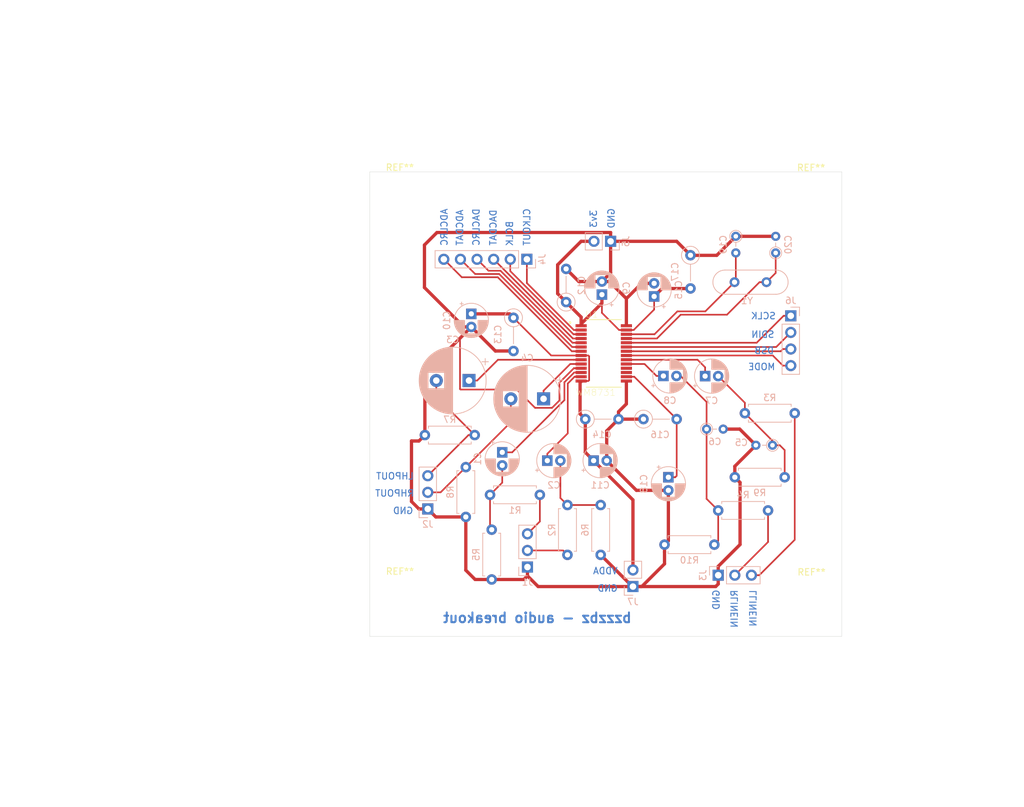
<source format=kicad_pcb>
(kicad_pcb (version 20171130) (host pcbnew 5.1.5-52549c5~84~ubuntu18.04.1)
  (layers (0 F.Cu signal) (31 B.Cu signal) (34 B.Paste user) (35 F.Paste user) (36 B.SilkS user) (37 F.SilkS user) (38 B.Mask user) (39 F.Mask user) (44 Edge.Cuts user))
  (net 0 "")
  (net 1 /LOUT)
  (net 2 "Net-(C1-Pad2)")
  (net 3 /ROUT)
  (net 4 "Net-(C2-Pad2)")
  (net 5 /LHPOUT)
  (net 6 "Net-(C3-Pad2)")
  (net 7 "Net-(C4-Pad2)")
  (net 8 /RHPOUT)
  (net 9 "Net-(C5-Pad1)")
  (net 10 GND)
  (net 11 "Net-(C6-Pad1)")
  (net 12 /LLINEIN)
  (net 13 /RLINEIN)
  (net 14 VDD)
  (net 15 "Net-(C16-Pad2)")
  (net 16 "Net-(C19-Pad2)")
  (net 17 "Net-(C20-Pad1)")
  (net 18 "Net-(J4-Pad1)")
  (net 19 "Net-(J4-Pad2)")
  (net 20 "Net-(J4-Pad3)")
  (net 21 "Net-(J4-Pad4)")
  (net 22 "Net-(J4-Pad5)")
  (net 23 "Net-(J4-Pad6)")
  (net 24 "Net-(J6-Pad1)")
  (net 25 "Net-(J6-Pad2)")
  (net 26 "Net-(J6-Pad3)")
  (net 27 "Net-(J6-Pad4)")
  (net 28 "Net-(U1-Pad17)")
  (net 29 "Net-(U1-Pad18)")
  (net 30 "Net-(J1-Pad3)")
  (net 31 "Net-(J1-Pad2)")
  (net 32 "Net-(J3-Pad2)")
  (net 33 "Net-(J3-Pad3)")
  (net 34 VDDA)
  (module MountingHole:MountingHole_4.3mm_M4 (layer F.Cu) (at 117.101 147.9515)
    (fp_text reference REF** (at 0 -5.3) (layer F.SilkS))
    (fp_text value MountingHole_4.3mm_M4)
    (pad 1 np_thru_hole circle (at 0 0) (size 4.3 4.3) (drill 4.3) (layers *.Cu *.Mask))
  )
  (module MountingHole:MountingHole_4.3mm_M4 (layer F.Cu) (at 180.031 148.0615)
    (fp_text reference REF** (at 0 -5.3) (layer F.SilkS))
    (fp_text value MountingHole_4.3mm_M4)
    (pad 1 np_thru_hole circle (at 0 0) (size 4.3 4.3) (drill 4.3) (layers *.Cu *.Mask))
  )
  (module MountingHole:MountingHole_4.3mm_M4 (layer F.Cu) (at 117.081 86.1615)
    (fp_text reference REF** (at 0 -5.3) (layer F.SilkS))
    (fp_text value MountingHole_4.3mm_M4)
    (pad 1 np_thru_hole circle (at 0 0) (size 4.3 4.3) (drill 4.3) (layers *.Cu *.Mask))
  )
  (module MountingHole:MountingHole_4.3mm_M4 (layer F.Cu) (at 179.961 86.1915)
    (fp_text reference REF** (at 0 -5.3) (layer F.SilkS))
    (fp_text value MountingHole_4.3mm_M4)
    (pad 1 np_thru_hole circle (at 0 0) (size 4.3 4.3) (drill 4.3) (layers *.Cu *.Mask))
  )
  (module Resistor_THT:R_Axial_DIN0207_L6.3mm_D2.5mm_P7.62mm_Horizontal (layer B.Cu) (at 157.5435 138.557)
    (fp_text reference R10 (at 3.81 2.37) (layer B.SilkS) (effects (justify mirror)))
    (fp_text value 5.6k)
    (pad 2 thru_hole oval (at 7.62 0) (size 1.6 1.6) (drill 0.8) (layers *.Cu *.Mask) (net 11 "Net-(C6-Pad1)"))
    (pad 1 thru_hole circle (at 0 0) (size 1.6 1.6) (drill 0.8) (layers *.Cu *.Mask) (net 10 GND))
  )
  (module Resistor_THT:R_Axial_DIN0207_L6.3mm_D2.5mm_P5.08mm_Vertical (layer B.Cu) (at 161.511 94.2815 270)
    (fp_text reference C17 (at 2.54 2.37 270) (layer B.SilkS) (effects (justify mirror)))
    (fp_text value 0.1uF)
    (pad 1 thru_hole circle (at 0 0 270) (size 1.6 1.6) (drill 0.8) (layers *.Cu *.Mask) (net 10 GND))
    (pad 2 thru_hole oval (at 5.08 0 270) (size 1.6 1.6) (drill 0.8) (layers *.Cu *.Mask) (net 14 VDD))
  )
  (module Capacitor_THT:CP_Radial_D5.0mm_P2.00mm (layer B.Cu) (at 155.956 100.584 90)
    (fp_text reference C15 (at 1 3.75 270) (layer B.SilkS) (effects (justify mirror)))
    (fp_text value 10uF)
    (pad 1 thru_hole rect (at 0 0 90) (size 1.6 1.6) (drill 0.8) (layers *.Cu *.Mask) (net 14 VDD))
    (pad 2 thru_hole circle (at 2 0 90) (size 1.6 1.6) (drill 0.8) (layers *.Cu *.Mask) (net 10 GND))
  )
  (module Connector_PinHeader_2.54mm:PinHeader_1x06_P2.54mm_Vertical (layer B.Cu) (at 136.5 94.9 90)
    (fp_text reference J4 (at 0 2.33 270) (layer B.SilkS) (effects (justify mirror)))
    (fp_text value Conn_01x06)
    (pad 1 thru_hole rect (at 0 0 90) (size 1.7 1.7) (drill 1) (layers *.Cu *.Mask) (net 18 "Net-(J4-Pad1)"))
    (pad 2 thru_hole oval (at 0 -2.54 90) (size 1.7 1.7) (drill 1) (layers *.Cu *.Mask) (net 19 "Net-(J4-Pad2)"))
    (pad 3 thru_hole oval (at 0 -5.08 90) (size 1.7 1.7) (drill 1) (layers *.Cu *.Mask) (net 20 "Net-(J4-Pad3)"))
    (pad 4 thru_hole oval (at 0 -7.62 90) (size 1.7 1.7) (drill 1) (layers *.Cu *.Mask) (net 21 "Net-(J4-Pad4)"))
    (pad 5 thru_hole oval (at 0 -10.16 90) (size 1.7 1.7) (drill 1) (layers *.Cu *.Mask) (net 22 "Net-(J4-Pad5)"))
    (pad 6 thru_hole oval (at 0 -12.7 90) (size 1.7 1.7) (drill 1) (layers *.Cu *.Mask) (net 23 "Net-(J4-Pad6)"))
  )
  (module SOP65P777X199-28N:SOP65P777X199-28N (layer F.Cu) (at 148.252781 109.294601)
    (fp_text reference U1 (at -1.85 -5.977) (layer F.SilkS) (effects (font (thickness 0.05))))
    (fp_text value WM8731 (at -1.215 5.977) (layer F.SilkS) (effects (font (thickness 0.05))))
    (pad 1 smd rect (at -3.46 -4.225) (size 1.7 0.48) (layers F.Cu F.Paste F.Mask) (net 14 VDD))
    (pad 2 smd rect (at -3.46 -3.575) (size 1.7 0.48) (layers F.Cu F.Paste F.Mask) (net 18 "Net-(J4-Pad1)"))
    (pad 3 smd rect (at -3.46 -2.925) (size 1.7 0.48) (layers F.Cu F.Paste F.Mask) (net 19 "Net-(J4-Pad2)"))
    (pad 4 smd rect (at -3.46 -2.275) (size 1.7 0.48) (layers F.Cu F.Paste F.Mask) (net 20 "Net-(J4-Pad3)"))
    (pad 5 smd rect (at -3.46 -1.625) (size 1.7 0.48) (layers F.Cu F.Paste F.Mask) (net 21 "Net-(J4-Pad4)"))
    (pad 6 smd rect (at -3.46 -0.975) (size 1.7 0.48) (layers F.Cu F.Paste F.Mask) (net 22 "Net-(J4-Pad5)"))
    (pad 7 smd rect (at -3.46 -0.325) (size 1.7 0.48) (layers F.Cu F.Paste F.Mask) (net 23 "Net-(J4-Pad6)"))
    (pad 8 smd rect (at -3.46 0.325) (size 1.7 0.48) (layers F.Cu F.Paste F.Mask) (net 34 VDDA))
    (pad 9 smd rect (at -3.46 0.975) (size 1.7 0.48) (layers F.Cu F.Paste F.Mask) (net 5 /LHPOUT))
    (pad 10 smd rect (at -3.46 1.625) (size 1.7 0.48) (layers F.Cu F.Paste F.Mask) (net 8 /RHPOUT))
    (pad 11 smd rect (at -3.46 2.275) (size 1.7 0.48) (layers F.Cu F.Paste F.Mask) (net 10 GND))
    (pad 12 smd rect (at -3.46 2.925) (size 1.7 0.48) (layers F.Cu F.Paste F.Mask) (net 1 /LOUT))
    (pad 13 smd rect (at -3.46 3.575) (size 1.7 0.48) (layers F.Cu F.Paste F.Mask) (net 3 /ROUT))
    (pad 14 smd rect (at -3.46 4.225) (size 1.7 0.48) (layers F.Cu F.Paste F.Mask) (net 34 VDDA))
    (pad 15 smd rect (at 3.46 4.225) (size 1.7 0.48) (layers F.Cu F.Paste F.Mask) (net 10 GND))
    (pad 16 smd rect (at 3.46 3.575) (size 1.7 0.48) (layers F.Cu F.Paste F.Mask) (net 15 "Net-(C16-Pad2)"))
    (pad 17 smd rect (at 3.46 2.925) (size 1.7 0.48) (layers F.Cu F.Paste F.Mask) (net 28 "Net-(U1-Pad17)"))
    (pad 18 smd rect (at 3.46 2.275) (size 1.7 0.48) (layers F.Cu F.Paste F.Mask) (net 29 "Net-(U1-Pad18)"))
    (pad 19 smd rect (at 3.46 1.625) (size 1.7 0.48) (layers F.Cu F.Paste F.Mask) (net 13 /RLINEIN))
    (pad 20 smd rect (at 3.46 0.975) (size 1.7 0.48) (layers F.Cu F.Paste F.Mask) (net 12 /LLINEIN))
    (pad 21 smd rect (at 3.46 0.325) (size 1.7 0.48) (layers F.Cu F.Paste F.Mask) (net 27 "Net-(J6-Pad4)"))
    (pad 22 smd rect (at 3.46 -0.325) (size 1.7 0.48) (layers F.Cu F.Paste F.Mask) (net 26 "Net-(J6-Pad3)"))
    (pad 23 smd rect (at 3.46 -0.975) (size 1.7 0.48) (layers F.Cu F.Paste F.Mask) (net 25 "Net-(J6-Pad2)"))
    (pad 24 smd rect (at 3.46 -1.625) (size 1.7 0.48) (layers F.Cu F.Paste F.Mask) (net 24 "Net-(J6-Pad1)"))
    (pad 25 smd rect (at 3.46 -2.275) (size 1.7 0.48) (layers F.Cu F.Paste F.Mask) (net 17 "Net-(C20-Pad1)"))
    (pad 26 smd rect (at 3.46 -2.925) (size 1.7 0.48) (layers F.Cu F.Paste F.Mask) (net 16 "Net-(C19-Pad2)"))
    (pad 27 smd rect (at 3.46 -3.575) (size 1.7 0.48) (layers F.Cu F.Paste F.Mask) (net 14 VDD))
    (pad 28 smd rect (at 3.46 -4.225) (size 1.7 0.48) (layers F.Cu F.Paste F.Mask) (net 10 GND))
  )
  (module Capacitor_THT:CP_Radial_D5.0mm_P2.00mm (layer B.Cu) (at 132.73278 124.4346 270)
    (fp_text reference C1 (at 1 3.75 270) (layer B.SilkS) (effects (justify mirror)))
    (fp_text value 1uF)
    (pad 1 thru_hole rect (at 0 0 270) (size 1.6 1.6) (drill 0.8) (layers *.Cu *.Mask) (net 1 /LOUT))
    (pad 2 thru_hole circle (at 2 0 270) (size 1.6 1.6) (drill 0.8) (layers *.Cu *.Mask) (net 2 "Net-(C1-Pad2)"))
  )
  (module Capacitor_THT:CP_Radial_D5.0mm_P2.00mm (layer B.Cu) (at 139.62278 125.7046)
    (fp_text reference C2 (at 1 3.75) (layer B.SilkS) (effects (justify mirror)))
    (fp_text value 1uF)
    (pad 2 thru_hole circle (at 2 0) (size 1.6 1.6) (drill 0.8) (layers *.Cu *.Mask) (net 4 "Net-(C2-Pad2)"))
    (pad 1 thru_hole rect (at 0 0) (size 1.6 1.6) (drill 0.8) (layers *.Cu *.Mask) (net 3 /ROUT))
  )
  (module Capacitor_THT:CP_Radial_D10.0mm_P5.00mm (layer B.Cu) (at 127.65 113.45 180)
    (fp_text reference C3 (at 2.5 6.25) (layer B.SilkS) (effects (justify mirror)))
    (fp_text value 220uF)
    (pad 2 thru_hole circle (at 5 0 180) (size 2 2) (drill 1) (layers *.Cu *.Mask) (net 6 "Net-(C3-Pad2)"))
    (pad 1 thru_hole rect (at 0 0 180) (size 2 2) (drill 1) (layers *.Cu *.Mask) (net 5 /LHPOUT))
  )
  (module Capacitor_THT:CP_Radial_D10.0mm_P5.00mm (layer B.Cu) (at 139.05 116.25 180)
    (fp_text reference C4 (at 2.5 6.25) (layer B.SilkS) (effects (justify mirror)))
    (fp_text value 220uF)
    (pad 1 thru_hole rect (at 0 0 180) (size 2 2) (drill 1) (layers *.Cu *.Mask) (net 8 /RHPOUT))
    (pad 2 thru_hole circle (at 5 0 180) (size 2 2) (drill 1) (layers *.Cu *.Mask) (net 7 "Net-(C4-Pad2)"))
  )
  (module Resistor_THT:R_Axial_DIN0204_L3.6mm_D1.6mm_P2.54mm_Vertical (layer B.Cu) (at 174.05 123.35 180)
    (fp_text reference C5 (at 4.759 0.4115) (layer B.SilkS) (effects (justify mirror)))
    (fp_text value 220pF)
    (pad 1 thru_hole circle (at 0 0 180) (size 1.4 1.4) (drill 0.7) (layers *.Cu *.Mask) (net 9 "Net-(C5-Pad1)"))
    (pad 2 thru_hole oval (at 2.54 0 180) (size 1.4 1.4) (drill 0.7) (layers *.Cu *.Mask) (net 10 GND))
  )
  (module Resistor_THT:R_Axial_DIN0204_L3.6mm_D1.6mm_P2.54mm_Vertical (layer B.Cu) (at 163.97478 120.8786)
    (fp_text reference C6 (at 1.27 1.92) (layer B.SilkS) (effects (justify mirror)))
    (fp_text value 220pF)
    (pad 2 thru_hole oval (at 2.54 0) (size 1.4 1.4) (drill 0.7) (layers *.Cu *.Mask) (net 10 GND))
    (pad 1 thru_hole circle (at 0 0) (size 1.4 1.4) (drill 0.7) (layers *.Cu *.Mask) (net 11 "Net-(C6-Pad1)"))
  )
  (module Capacitor_THT:CP_Radial_D5.0mm_P2.00mm (layer B.Cu) (at 163.75 112.776)
    (fp_text reference C7 (at 1 3.75) (layer B.SilkS) (effects (justify mirror)))
    (fp_text value 1uF)
    (pad 1 thru_hole rect (at 0 0) (size 1.6 1.6) (drill 0.8) (layers *.Cu *.Mask) (net 12 /LLINEIN))
    (pad 2 thru_hole circle (at 2 0) (size 1.6 1.6) (drill 0.8) (layers *.Cu *.Mask) (net 9 "Net-(C5-Pad1)"))
  )
  (module Capacitor_THT:CP_Radial_D5.0mm_P2.00mm (layer B.Cu) (at 157.37078 112.7506)
    (fp_text reference C8 (at 1 3.75) (layer B.SilkS) (effects (justify mirror)))
    (fp_text value 1uF)
    (pad 2 thru_hole circle (at 2 0) (size 1.6 1.6) (drill 0.8) (layers *.Cu *.Mask) (net 11 "Net-(C6-Pad1)"))
    (pad 1 thru_hole rect (at 0 0) (size 1.6 1.6) (drill 0.8) (layers *.Cu *.Mask) (net 13 /RLINEIN))
  )
  (module Capacitor_THT:CP_Radial_D5.0mm_P2.00mm (layer B.Cu) (at 147.97278 100.3046 90)
    (fp_text reference C9 (at 1 3.75 270) (layer B.SilkS) (effects (justify mirror)))
    (fp_text value 10uF)
    (pad 1 thru_hole rect (at 0 0 90) (size 1.6 1.6) (drill 0.8) (layers *.Cu *.Mask) (net 14 VDD))
    (pad 2 thru_hole circle (at 2 0 90) (size 1.6 1.6) (drill 0.8) (layers *.Cu *.Mask) (net 10 GND))
  )
  (module Capacitor_THT:CP_Radial_D5.0mm_P2.00mm (layer B.Cu) (at 128 103.25 270)
    (fp_text reference C10 (at 1 3.75 270) (layer B.SilkS) (effects (justify mirror)))
    (fp_text value 10uF)
    (pad 1 thru_hole rect (at 0 0 270) (size 1.6 1.6) (drill 0.8) (layers *.Cu *.Mask) (net 34 VDDA))
    (pad 2 thru_hole circle (at 2 0 270) (size 1.6 1.6) (drill 0.8) (layers *.Cu *.Mask) (net 10 GND))
  )
  (module Capacitor_THT:CP_Radial_D5.0mm_P2.00mm (layer B.Cu) (at 146.70278 125.7046)
    (fp_text reference C11 (at 1 3.75) (layer B.SilkS) (effects (justify mirror)))
    (fp_text value 10uF)
    (pad 2 thru_hole circle (at 2 0) (size 1.6 1.6) (drill 0.8) (layers *.Cu *.Mask) (net 10 GND))
    (pad 1 thru_hole rect (at 0 0) (size 1.6 1.6) (drill 0.8) (layers *.Cu *.Mask) (net 34 VDDA))
  )
  (module Resistor_THT:R_Axial_DIN0207_L6.3mm_D2.5mm_P5.08mm_Vertical (layer B.Cu) (at 142.5 101.45 90)
    (fp_text reference C12 (at 2.54 2.37 270) (layer B.SilkS) (effects (justify mirror)))
    (fp_text value 0.1uF)
    (pad 2 thru_hole oval (at 5.08 0 90) (size 1.6 1.6) (drill 0.8) (layers *.Cu *.Mask) (net 10 GND))
    (pad 1 thru_hole circle (at 0 0 90) (size 1.6 1.6) (drill 0.8) (layers *.Cu *.Mask) (net 14 VDD))
  )
  (module Resistor_THT:R_Axial_DIN0207_L6.3mm_D2.5mm_P5.08mm_Vertical (layer B.Cu) (at 134.45 103.85 270)
    (fp_text reference C13 (at 2.54 2.37 270) (layer B.SilkS) (effects (justify mirror)))
    (fp_text value 0.1uF)
    (pad 1 thru_hole circle (at 0 0 270) (size 1.6 1.6) (drill 0.8) (layers *.Cu *.Mask) (net 34 VDDA))
    (pad 2 thru_hole oval (at 5.08 0 270) (size 1.6 1.6) (drill 0.8) (layers *.Cu *.Mask) (net 10 GND))
  )
  (module Resistor_THT:R_Axial_DIN0207_L6.3mm_D2.5mm_P5.08mm_Vertical (layer B.Cu) (at 145.43278 119.3546)
    (fp_text reference C14 (at 2.54 2.37) (layer B.SilkS) (effects (justify mirror)))
    (fp_text value 0.1uF)
    (pad 1 thru_hole circle (at 0 0) (size 1.6 1.6) (drill 0.8) (layers *.Cu *.Mask) (net 34 VDDA))
    (pad 2 thru_hole oval (at 5.08 0) (size 1.6 1.6) (drill 0.8) (layers *.Cu *.Mask) (net 10 GND))
  )
  (module Resistor_THT:R_Axial_DIN0207_L6.3mm_D2.5mm_P5.08mm_Vertical (layer B.Cu) (at 154.32278 119.3546)
    (fp_text reference C16 (at 2.54 2.37) (layer B.SilkS) (effects (justify mirror)))
    (fp_text value 0.1uF)
    (pad 2 thru_hole oval (at 5.08 0) (size 1.6 1.6) (drill 0.8) (layers *.Cu *.Mask) (net 15 "Net-(C16-Pad2)"))
    (pad 1 thru_hole circle (at 0 0) (size 1.6 1.6) (drill 0.8) (layers *.Cu *.Mask) (net 10 GND))
  )
  (module Capacitor_THT:CP_Radial_D5.0mm_P2.00mm (layer B.Cu) (at 158.13278 128.2446 270)
    (fp_text reference C18 (at 1 3.75 270) (layer B.SilkS) (effects (justify mirror)))
    (fp_text value 10uF)
    (pad 2 thru_hole circle (at 2 0 270) (size 1.6 1.6) (drill 0.8) (layers *.Cu *.Mask) (net 10 GND))
    (pad 1 thru_hole rect (at 0 0 270) (size 1.6 1.6) (drill 0.8) (layers *.Cu *.Mask) (net 15 "Net-(C16-Pad2)"))
  )
  (module Resistor_THT:R_Axial_DIN0204_L3.6mm_D1.6mm_P2.54mm_Vertical (layer B.Cu) (at 168.44278 91.3866 270)
    (fp_text reference C19 (at 1.27 1.92 270) (layer B.SilkS) (effects (justify mirror)))
    (fp_text value 22pF)
    (pad 2 thru_hole oval (at 2.54 0 270) (size 1.4 1.4) (drill 0.7) (layers *.Cu *.Mask) (net 16 "Net-(C19-Pad2)"))
    (pad 1 thru_hole circle (at 0 0 270) (size 1.4 1.4) (drill 0.7) (layers *.Cu *.Mask) (net 10 GND))
  )
  (module Resistor_THT:R_Axial_DIN0204_L3.6mm_D1.6mm_P2.54mm_Vertical (layer B.Cu) (at 174.53878 93.9266 90)
    (fp_text reference C20 (at 1.27 1.92 270) (layer B.SilkS) (effects (justify mirror)))
    (fp_text value 22pF)
    (pad 1 thru_hole circle (at 0 0 90) (size 1.4 1.4) (drill 0.7) (layers *.Cu *.Mask) (net 17 "Net-(C20-Pad1)"))
    (pad 2 thru_hole oval (at 2.54 0 90) (size 1.4 1.4) (drill 0.7) (layers *.Cu *.Mask) (net 10 GND))
  )
  (module Connector_PinHeader_2.54mm:PinHeader_1x03_P2.54mm_Vertical (layer B.Cu) (at 136.5885 141.986)
    (fp_text reference J1 (at 0 2.33) (layer B.SilkS) (effects (justify mirror)))
    (fp_text value LineOUT)
    (pad 3 thru_hole oval (at 0 -5.08) (size 1.7 1.7) (drill 1) (layers *.Cu *.Mask) (net 30 "Net-(J1-Pad3)"))
    (pad 2 thru_hole oval (at 0 -2.54) (size 1.7 1.7) (drill 1) (layers *.Cu *.Mask) (net 31 "Net-(J1-Pad2)"))
    (pad 1 thru_hole rect (at 0 0) (size 1.7 1.7) (drill 1) (layers *.Cu *.Mask) (net 10 GND))
  )
  (module Connector_PinHeader_2.54mm:PinHeader_1x03_P2.54mm_Vertical (layer B.Cu) (at 121.3485 133.096)
    (fp_text reference J2 (at 0 2.33) (layer B.SilkS) (effects (justify mirror)))
    (fp_text value Headphones)
    (pad 1 thru_hole rect (at 0 0) (size 1.7 1.7) (drill 1) (layers *.Cu *.Mask) (net 10 GND))
    (pad 2 thru_hole oval (at 0 -2.54) (size 1.7 1.7) (drill 1) (layers *.Cu *.Mask) (net 7 "Net-(C4-Pad2)"))
    (pad 3 thru_hole oval (at 0 -5.08) (size 1.7 1.7) (drill 1) (layers *.Cu *.Mask) (net 6 "Net-(C3-Pad2)"))
  )
  (module Connector_PinHeader_2.54mm:PinHeader_1x03_P2.54mm_Vertical (layer B.Cu) (at 165.75278 143.2306 270)
    (fp_text reference J3 (at 0 2.33 270) (layer B.SilkS) (effects (justify mirror)))
    (fp_text value LineIN)
    (pad 1 thru_hole rect (at 0 0 270) (size 1.7 1.7) (drill 1) (layers *.Cu *.Mask) (net 10 GND))
    (pad 2 thru_hole oval (at 0 -2.54 270) (size 1.7 1.7) (drill 1) (layers *.Cu *.Mask) (net 32 "Net-(J3-Pad2)"))
    (pad 3 thru_hole oval (at 0 -5.08 270) (size 1.7 1.7) (drill 1) (layers *.Cu *.Mask) (net 33 "Net-(J3-Pad3)"))
  )
  (module Connector_PinHeader_2.54mm:PinHeader_1x02_P2.54mm_Vertical (layer B.Cu) (at 149.3 92.15 90)
    (fp_text reference J5 (at 0 2.33 270) (layer B.SilkS) (effects (justify mirror)))
    (fp_text value "Conn_01x02_3v3 (2)")
    (pad 1 thru_hole rect (at 0 0 90) (size 1.7 1.7) (drill 1) (layers *.Cu *.Mask) (net 10 GND))
    (pad 2 thru_hole oval (at 0 -2.54 90) (size 1.7 1.7) (drill 1) (layers *.Cu *.Mask) (net 14 VDD))
  )
  (module Connector_PinHeader_2.54mm:PinHeader_1x04_P2.54mm_Vertical (layer B.Cu) (at 176.85 103.55 180)
    (fp_text reference J6 (at 0 2.33) (layer B.SilkS) (effects (justify mirror)))
    (fp_text value Conn_01x04)
    (pad 1 thru_hole rect (at 0 0 180) (size 1.7 1.7) (drill 1) (layers *.Cu *.Mask) (net 24 "Net-(J6-Pad1)"))
    (pad 2 thru_hole oval (at 0 -2.54 180) (size 1.7 1.7) (drill 1) (layers *.Cu *.Mask) (net 25 "Net-(J6-Pad2)"))
    (pad 3 thru_hole oval (at 0 -5.08 180) (size 1.7 1.7) (drill 1) (layers *.Cu *.Mask) (net 26 "Net-(J6-Pad3)"))
    (pad 4 thru_hole oval (at 0 -7.62 180) (size 1.7 1.7) (drill 1) (layers *.Cu *.Mask) (net 27 "Net-(J6-Pad4)"))
  )
  (module Resistor_THT:R_Axial_DIN0207_L6.3mm_D2.5mm_P7.62mm_Horizontal (layer B.Cu) (at 130.86528 130.9346)
    (fp_text reference R1 (at 3.81 2.37) (layer B.SilkS) (effects (justify mirror)))
    (fp_text value 100)
    (pad 2 thru_hole oval (at 7.62 0) (size 1.6 1.6) (drill 0.8) (layers *.Cu *.Mask) (net 30 "Net-(J1-Pad3)"))
    (pad 1 thru_hole circle (at 0 0) (size 1.6 1.6) (drill 0.8) (layers *.Cu *.Mask) (net 2 "Net-(C1-Pad2)"))
  )
  (module Resistor_THT:R_Axial_DIN0207_L6.3mm_D2.5mm_P7.62mm_Horizontal (layer B.Cu) (at 142.70228 132.4991 270)
    (fp_text reference R2 (at 3.81 2.37 270) (layer B.SilkS) (effects (justify mirror)))
    (fp_text value 100)
    (pad 2 thru_hole oval (at 7.62 0 270) (size 1.6 1.6) (drill 0.8) (layers *.Cu *.Mask) (net 31 "Net-(J1-Pad2)"))
    (pad 1 thru_hole circle (at 0 0 270) (size 1.6 1.6) (drill 0.8) (layers *.Cu *.Mask) (net 4 "Net-(C2-Pad2)"))
  )
  (module Resistor_THT:R_Axial_DIN0207_L6.3mm_D2.5mm_P7.62mm_Horizontal (layer B.Cu) (at 177.45 118.45 180)
    (fp_text reference R3 (at 3.81 2.37) (layer B.SilkS) (effects (justify mirror)))
    (fp_text value 5.6k)
    (pad 1 thru_hole circle (at 0 0 180) (size 1.6 1.6) (drill 0.8) (layers *.Cu *.Mask) (net 33 "Net-(J3-Pad3)"))
    (pad 2 thru_hole oval (at 7.62 0 180) (size 1.6 1.6) (drill 0.8) (layers *.Cu *.Mask) (net 9 "Net-(C5-Pad1)"))
  )
  (module Resistor_THT:R_Axial_DIN0207_L6.3mm_D2.5mm_P7.62mm_Horizontal (layer B.Cu) (at 173.37278 133.3246 180)
    (fp_text reference R4 (at 3.81 2.37) (layer B.SilkS) (effects (justify mirror)))
    (fp_text value 5.6k)
    (pad 1 thru_hole circle (at 0 0 180) (size 1.6 1.6) (drill 0.8) (layers *.Cu *.Mask) (net 32 "Net-(J3-Pad2)"))
    (pad 2 thru_hole oval (at 7.62 0 180) (size 1.6 1.6) (drill 0.8) (layers *.Cu *.Mask) (net 11 "Net-(C6-Pad1)"))
  )
  (module Resistor_THT:R_Axial_DIN0207_L6.3mm_D2.5mm_P7.62mm_Horizontal (layer B.Cu) (at 131.11928 136.2686 270)
    (fp_text reference R5 (at 3.81 2.37 270) (layer B.SilkS) (effects (justify mirror)))
    (fp_text value 47k)
    (pad 1 thru_hole circle (at 0 0 270) (size 1.6 1.6) (drill 0.8) (layers *.Cu *.Mask) (net 2 "Net-(C1-Pad2)"))
    (pad 2 thru_hole oval (at 7.62 0 270) (size 1.6 1.6) (drill 0.8) (layers *.Cu *.Mask) (net 10 GND))
  )
  (module Resistor_THT:R_Axial_DIN0207_L6.3mm_D2.5mm_P7.62mm_Horizontal (layer B.Cu) (at 147.78228 132.4991 270)
    (fp_text reference R6 (at 3.81 2.37 270) (layer B.SilkS) (effects (justify mirror)))
    (fp_text value 47k)
    (pad 1 thru_hole circle (at 0 0 270) (size 1.6 1.6) (drill 0.8) (layers *.Cu *.Mask) (net 4 "Net-(C2-Pad2)"))
    (pad 2 thru_hole oval (at 7.62 0 270) (size 1.6 1.6) (drill 0.8) (layers *.Cu *.Mask) (net 10 GND))
  )
  (module Resistor_THT:R_Axial_DIN0207_L6.3mm_D2.5mm_P7.62mm_Horizontal (layer B.Cu) (at 128.524 121.793 180)
    (fp_text reference R7 (at 3.81 2.37) (layer B.SilkS) (effects (justify mirror)))
    (fp_text value 47k)
    (pad 2 thru_hole oval (at 7.62 0 180) (size 1.6 1.6) (drill 0.8) (layers *.Cu *.Mask) (net 10 GND))
    (pad 1 thru_hole circle (at 0 0 180) (size 1.6 1.6) (drill 0.8) (layers *.Cu *.Mask) (net 6 "Net-(C3-Pad2)"))
  )
  (module Resistor_THT:R_Axial_DIN0207_L6.3mm_D2.5mm_P7.62mm_Horizontal (layer B.Cu) (at 127.1625 126.7 270)
    (fp_text reference R8 (at 3.81 2.37 270) (layer B.SilkS) (effects (justify mirror)))
    (fp_text value 47k)
    (pad 1 thru_hole circle (at 0 0 270) (size 1.6 1.6) (drill 0.8) (layers *.Cu *.Mask) (net 7 "Net-(C4-Pad2)"))
    (pad 2 thru_hole oval (at 7.62 0 270) (size 1.6 1.6) (drill 0.8) (layers *.Cu *.Mask) (net 10 GND))
  )
  (module Resistor_THT:R_Axial_DIN0207_L6.3mm_D2.5mm_P7.62mm_Horizontal (layer B.Cu) (at 168.29278 128.2446)
    (fp_text reference R9 (at 3.81 2.37) (layer B.SilkS) (effects (justify mirror)))
    (fp_text value 5.6k)
    (pad 2 thru_hole oval (at 7.62 0) (size 1.6 1.6) (drill 0.8) (layers *.Cu *.Mask) (net 9 "Net-(C5-Pad1)"))
    (pad 1 thru_hole circle (at 0 0) (size 1.6 1.6) (drill 0.8) (layers *.Cu *.Mask) (net 10 GND))
  )
  (module "custom:Crystal_2pins_L11.5_P4.88_(9B-12.000MAAJ-B)" (layer B.Cu) (at 168.25 98.4)
    (fp_text reference Y1 (at 1.9 2.85) (layer B.SilkS) (effects (justify mirror)))
    (fp_text value "Crystal - 12 MHz")
    (pad 1 thru_hole circle (at 0 0) (size 1.5 1.5) (drill 0.8) (layers *.Cu *.Mask) (net 16 "Net-(C19-Pad2)"))
    (pad 2 thru_hole circle (at 4.88 0) (size 1.5 1.5) (drill 0.8) (layers *.Cu *.Mask) (net 17 "Net-(C20-Pad1)"))
  )
  (module Connector_PinHeader_2.54mm:PinHeader_1x02_P2.54mm_Vertical (layer B.Cu) (at 152.7175 144.9705)
    (fp_text reference J7 (at 0 2.33) (layer B.SilkS) (effects (justify mirror)))
    (fp_text value "Conn_01x02_3v3 (1)")
    (pad 1 thru_hole rect (at 0 0) (size 1.7 1.7) (drill 1) (layers *.Cu *.Mask) (net 10 GND))
    (pad 2 thru_hole oval (at 0 -2.54) (size 1.7 1.7) (drill 1) (layers *.Cu *.Mask) (net 34 VDDA))
  )
  (gr_text "bzzzbz - audio breakout" (at 138.101 149.7515) (layer B.Cu) (effects (font (size 1.5 1.5) (thickness 0.3)) (justify mirror)))
  (gr_text MODE (at 172.391 111.3415) (layer B.Cu) (effects (font (size 1 1)) (justify mirror)))
  (gr_text DSB (at 172.781 108.8515) (layer B.Cu) (effects (font (size 1 1)) (justify mirror)))
  (gr_text SDIN (at 172.571 106.4015) (layer B.Cu) (effects (font (size 1 1)) (justify mirror)))
  (gr_text SCLK (at 172.651 103.5615) (layer B.Cu) (effects (font (size 1 1)) (justify mirror)))
  (gr_text LLINEIN (at 171.091 148.2815 90) (layer B.Cu) (effects (font (size 1 1)) (justify mirror)))
  (gr_text RLINEIN (at 168.231 148.3715 90) (layer B.Cu) (effects (font (size 1 1)) (justify mirror)))
  (gr_text GND (at 165.451 146.9915 90) (layer B.Cu) (effects (font (size 1 1)) (justify mirror)))
  (gr_text VDDA (at 148.491 142.5715) (layer B.Cu) (effects (font (size 1 1)) (justify mirror)))
  (gr_text GND (at 148.841 145.2315) (layer B.Cu) (effects (font (size 1 1)) (justify mirror)))
  (gr_text LHPOUT (at 116.321 128.0715) (layer B.Cu) (effects (font (size 1 1)) (justify mirror)))
  (gr_text RHPOUT (at 116.271 130.6915) (layer B.Cu) (effects (font (size 1 1)) (justify mirror)))
  (gr_text GND (at 117.571 133.3615) (layer B.Cu) (effects (font (size 1 1)) (justify mirror)))
  (gr_text ADCLRC (at 123.861 89.9915 90) (layer B.Cu) (effects (font (size 1 1)) (justify mirror)))
  (gr_text ADCDAT (at 126.241 90.0515 90) (layer B.Cu) (effects (font (size 1 1)) (justify mirror)))
  (gr_text DACLRC (at 128.751 89.9815 90) (layer B.Cu) (effects (font (size 1 1)) (justify mirror)))
  (gr_text DACDAT (at 131.351 90.0515 90) (layer B.Cu) (effects (font (size 1 1)) (justify mirror)))
  (gr_text BCLK (at 133.861 90.9615 90) (layer B.Cu) (effects (font (size 1 1)) (justify mirror)))
  (gr_text CLKOUT (at 136.501 89.9715 90) (layer B.Cu) (effects (font (size 1 1)) (justify mirror)))
  (gr_text GND (at 149.401 88.6315 90) (layer B.Cu) (effects (font (size 1 1)) (justify mirror)))
  (gr_text 3v3 (at 146.691 88.7115 90) (layer B.Cu) (effects (font (size 1 1)) (justify mirror)))
  (gr_line (start 112.471 152.6015) (end 112.471 81.5315) (layer Edge.Cuts) (width 0.05))
  (gr_line (start 184.661 152.6015) (end 112.471 152.6015) (layer Edge.Cuts) (width 0.05))
  (gr_line (start 184.661 81.5315) (end 184.661 152.6015) (layer Edge.Cuts) (width 0.05))
  (gr_line (start 112.471 81.5315) (end 184.661 81.5315) (layer Edge.Cuts) (width 0.05))
  (segment (start 134.247522 124.4346) (end 142.24 116.442122) (width 0.25) (layer F.Cu) (net 1))
  (segment (start 132.73278 124.4346) (end 134.247522 124.4346) (width 0.25) (layer F.Cu) (net 1))
  (segment (start 142.24 116.442122) (end 142.24 113.7145) (width 0.25) (layer F.Cu) (net 1))
  (segment (start 143.734899 112.219601) (end 144.792781 112.219601) (width 0.25) (layer F.Cu) (net 1))
  (segment (start 142.24 113.7145) (end 143.734899 112.219601) (width 0.25) (layer F.Cu) (net 1))
  (segment (start 132.73278 129.0671) (end 130.86528 130.9346) (width 0.25) (layer F.Cu) (net 2))
  (segment (start 132.73278 126.4346) (end 132.73278 129.0671) (width 0.25) (layer F.Cu) (net 2))
  (segment (start 130.86528 136.0146) (end 131.11928 136.2686) (width 0.25) (layer F.Cu) (net 2))
  (segment (start 130.86528 130.9346) (end 130.86528 136.0146) (width 0.25) (layer F.Cu) (net 2))
  (segment (start 139.62278 124.6546) (end 142.748 121.52938) (width 0.25) (layer F.Cu) (net 3))
  (segment (start 139.62278 125.7046) (end 139.62278 124.6546) (width 0.25) (layer F.Cu) (net 3))
  (segment (start 142.748 121.52938) (end 142.748 113.91362) (width 0.25) (layer F.Cu) (net 3))
  (segment (start 143.792019 112.869601) (end 144.792781 112.869601) (width 0.25) (layer F.Cu) (net 3))
  (segment (start 142.748 113.91362) (end 143.792019 112.869601) (width 0.25) (layer F.Cu) (net 3))
  (segment (start 142.70228 132.4991) (end 147.78228 132.4991) (width 0.25) (layer F.Cu) (net 4))
  (segment (start 141.62278 131.4196) (end 142.70228 132.4991) (width 0.25) (layer F.Cu) (net 4))
  (segment (start 141.62278 125.7046) (end 141.62278 131.4196) (width 0.25) (layer F.Cu) (net 4))
  (segment (start 132.080399 110.269601) (end 143.692781 110.269601) (width 0.25) (layer F.Cu) (net 5))
  (segment (start 143.692781 110.269601) (end 144.792781 110.269601) (width 0.25) (layer F.Cu) (net 5))
  (segment (start 128.9 113.45) (end 132.080399 110.269601) (width 0.25) (layer F.Cu) (net 5))
  (segment (start 127.65 113.45) (end 128.9 113.45) (width 0.25) (layer F.Cu) (net 5))
  (segment (start 123.3 114.1) (end 122.65 113.45) (width 0.25) (layer F.Cu) (net 6))
  (segment (start 127.5715 121.793) (end 128.524 121.793) (width 0.25) (layer F.Cu) (net 6))
  (segment (start 121.3485 128.016) (end 127.5715 121.793) (width 0.25) (layer F.Cu) (net 6))
  (segment (start 122.65 115.919) (end 128.524 121.793) (width 0.25) (layer F.Cu) (net 6))
  (segment (start 122.65 113.45) (end 122.65 115.919) (width 0.25) (layer F.Cu) (net 6))
  (segment (start 123.3065 130.556) (end 127.1625 126.7) (width 0.25) (layer F.Cu) (net 7))
  (segment (start 121.3485 130.556) (end 123.3065 130.556) (width 0.25) (layer F.Cu) (net 7))
  (segment (start 134.05 119.8125) (end 134.05 116.25) (width 0.25) (layer F.Cu) (net 7))
  (segment (start 127.1625 126.7) (end 134.05 119.8125) (width 0.25) (layer F.Cu) (net 7))
  (segment (start 143.692781 110.919601) (end 144.792781 110.919601) (width 0.25) (layer F.Cu) (net 8))
  (segment (start 143.130399 110.919601) (end 143.692781 110.919601) (width 0.25) (layer F.Cu) (net 8))
  (segment (start 139.05 115) (end 143.130399 110.919601) (width 0.25) (layer F.Cu) (net 8))
  (segment (start 139.05 116.25) (end 139.05 115) (width 0.25) (layer F.Cu) (net 8))
  (segment (start 169.83 116.856) (end 169.83 118.45) (width 0.25) (layer F.Cu) (net 9))
  (segment (start 165.75 112.776) (end 169.83 116.856) (width 0.25) (layer F.Cu) (net 9))
  (segment (start 174.05 122.67) (end 174.05 123.35) (width 0.25) (layer F.Cu) (net 9))
  (segment (start 169.83 118.45) (end 174.05 122.67) (width 0.25) (layer F.Cu) (net 9))
  (segment (start 174.05 123.35) (end 175.166 123.35) (width 0.25) (layer F.Cu) (net 9))
  (segment (start 175.91278 124.09678) (end 175.91278 128.2446) (width 0.25) (layer F.Cu) (net 9))
  (segment (start 175.166 123.35) (end 175.91278 124.09678) (width 0.25) (layer F.Cu) (net 9))
  (segment (start 144.4346 98.3046) (end 142.5 96.37) (width 0.5) (layer F.Cu) (net 10))
  (segment (start 147.97278 98.3046) (end 144.4346 98.3046) (width 0.5) (layer F.Cu) (net 10))
  (segment (start 131.68 108.93) (end 134.45 108.93) (width 0.5) (layer F.Cu) (net 10))
  (segment (start 128 105.25) (end 131.68 108.93) (width 0.5) (layer F.Cu) (net 10))
  (segment (start 169.432729 91.3866) (end 174.53878 91.3866) (width 0.5) (layer F.Cu) (net 10))
  (segment (start 168.44278 91.3866) (end 169.432729 91.3866) (width 0.5) (layer F.Cu) (net 10))
  (segment (start 126.274999 106.975001) (end 126.274999 114.750001) (width 0.25) (layer F.Cu) (net 10))
  (segment (start 128 105.25) (end 126.274999 106.975001) (width 0.25) (layer F.Cu) (net 10))
  (segment (start 126.349999 114.825001) (end 134.949999 114.825001) (width 0.25) (layer F.Cu) (net 10))
  (segment (start 134.949999 114.825001) (end 137.749999 117.625001) (width 0.25) (layer F.Cu) (net 10))
  (segment (start 140.350001 117.625001) (end 141.478 116.497002) (width 0.25) (layer F.Cu) (net 10))
  (segment (start 126.274999 114.750001) (end 126.349999 114.825001) (width 0.25) (layer F.Cu) (net 10))
  (segment (start 137.749999 117.625001) (end 140.350001 117.625001) (width 0.25) (layer F.Cu) (net 10))
  (segment (start 143.692781 111.569601) (end 144.792781 111.569601) (width 0.25) (layer F.Cu) (net 10))
  (segment (start 143.677779 111.569601) (end 143.692781 111.569601) (width 0.25) (layer F.Cu) (net 10))
  (segment (start 141.478 113.76938) (end 143.677779 111.569601) (width 0.25) (layer F.Cu) (net 10))
  (segment (start 141.478 116.497002) (end 141.478 113.76938) (width 0.25) (layer F.Cu) (net 10))
  (segment (start 159.3965 92.15) (end 161.544 94.2975) (width 0.5) (layer F.Cu) (net 10))
  (segment (start 149.3 92.15) (end 159.3965 92.15) (width 0.5) (layer F.Cu) (net 10))
  (segment (start 165.53188 94.2975) (end 168.44278 91.3866) (width 0.5) (layer F.Cu) (net 10))
  (segment (start 161.544 94.2975) (end 165.53188 94.2975) (width 0.5) (layer F.Cu) (net 10))
  (segment (start 149.3 96.97738) (end 147.97278 98.3046) (width 0.5) (layer F.Cu) (net 10))
  (segment (start 149.3 92.15) (end 149.3 96.97738) (width 0.5) (layer F.Cu) (net 10))
  (segment (start 149.10415 98.3046) (end 151.712781 100.913231) (width 0.5) (layer F.Cu) (net 10))
  (segment (start 151.712781 100.913231) (end 151.712781 104.9796) (width 0.5) (layer F.Cu) (net 10))
  (segment (start 147.97278 98.3046) (end 149.10415 98.3046) (width 0.5) (layer F.Cu) (net 10))
  (segment (start 154.042012 98.584) (end 155.956 98.584) (width 0.5) (layer F.Cu) (net 10))
  (segment (start 151.712781 100.913231) (end 154.042012 98.584) (width 0.5) (layer F.Cu) (net 10))
  (segment (start 152.63368 144.9705) (end 152.7175 144.9705) (width 0.5) (layer F.Cu) (net 10))
  (segment (start 147.78228 140.1191) (end 152.63368 144.9705) (width 0.5) (layer F.Cu) (net 10))
  (segment (start 165.75278 144.5806) (end 165.75278 143.2306) (width 0.5) (layer F.Cu) (net 10))
  (segment (start 165.36288 144.9705) (end 165.75278 144.5806) (width 0.5) (layer F.Cu) (net 10))
  (segment (start 152.7175 144.9705) (end 165.36288 144.9705) (width 0.5) (layer F.Cu) (net 10))
  (segment (start 157.5435 141.4945) (end 157.5435 139.68837) (width 0.5) (layer F.Cu) (net 10))
  (segment (start 154.0675 144.9705) (end 157.5435 141.4945) (width 0.5) (layer F.Cu) (net 10))
  (segment (start 157.5435 139.68837) (end 157.5435 138.557) (width 0.5) (layer F.Cu) (net 10))
  (segment (start 152.7175 144.9705) (end 154.0675 144.9705) (width 0.5) (layer F.Cu) (net 10))
  (segment (start 158.13278 137.96772) (end 157.5435 138.557) (width 0.5) (layer F.Cu) (net 10))
  (segment (start 158.13278 130.2446) (end 158.13278 137.96772) (width 0.5) (layer F.Cu) (net 10))
  (segment (start 165.75278 141.8806) (end 165.75278 143.2306) (width 0.5) (layer F.Cu) (net 10))
  (segment (start 169.092779 138.540601) (end 165.75278 141.8806) (width 0.5) (layer F.Cu) (net 10))
  (segment (start 169.092779 129.044599) (end 169.092779 138.540601) (width 0.5) (layer F.Cu) (net 10))
  (segment (start 168.29278 128.2446) (end 169.092779 129.044599) (width 0.5) (layer F.Cu) (net 10))
  (segment (start 168.29278 126.56722) (end 171.51 123.35) (width 0.5) (layer F.Cu) (net 10))
  (segment (start 168.29278 128.2446) (end 168.29278 126.56722) (width 0.5) (layer F.Cu) (net 10))
  (segment (start 169.0386 120.8786) (end 171.51 123.35) (width 0.5) (layer F.Cu) (net 10))
  (segment (start 166.51478 120.8786) (end 169.0386 120.8786) (width 0.5) (layer F.Cu) (net 10))
  (segment (start 150.51278 119.3546) (end 154.32278 119.3546) (width 0.5) (layer F.Cu) (net 10))
  (segment (start 153.24278 130.2446) (end 158.13278 130.2446) (width 0.5) (layer F.Cu) (net 10))
  (segment (start 148.70278 125.7046) (end 153.24278 130.2446) (width 0.5) (layer F.Cu) (net 10))
  (segment (start 148.70278 121.1646) (end 150.51278 119.3546) (width 0.5) (layer F.Cu) (net 10))
  (segment (start 148.70278 125.7046) (end 148.70278 121.1646) (width 0.5) (layer F.Cu) (net 10))
  (segment (start 151.712781 117.023229) (end 151.712781 113.609602) (width 0.5) (layer F.Cu) (net 10))
  (segment (start 150.51278 119.3546) (end 150.51278 118.22323) (width 0.5) (layer F.Cu) (net 10))
  (segment (start 150.51278 118.22323) (end 151.712781 117.023229) (width 0.5) (layer F.Cu) (net 10))
  (segment (start 132.25065 143.8886) (end 131.11928 143.8886) (width 0.5) (layer F.Cu) (net 10))
  (segment (start 136.0359 143.8886) (end 132.25065 143.8886) (width 0.5) (layer F.Cu) (net 10))
  (segment (start 136.5885 143.336) (end 136.0359 143.8886) (width 0.5) (layer F.Cu) (net 10))
  (segment (start 127.1625 134.32) (end 127.1625 142.466) (width 0.5) (layer F.Cu) (net 10))
  (segment (start 128.5851 143.8886) (end 131.11928 143.8886) (width 0.5) (layer F.Cu) (net 10))
  (segment (start 127.1625 142.466) (end 128.5851 143.8886) (width 0.5) (layer F.Cu) (net 10))
  (segment (start 122.5725 134.32) (end 121.3485 133.096) (width 0.5) (layer F.Cu) (net 10))
  (segment (start 127.1625 134.32) (end 122.5725 134.32) (width 0.5) (layer F.Cu) (net 10))
  (segment (start 119.998499 122.698501) (end 118.855499 122.698501) (width 0.5) (layer F.Cu) (net 10))
  (segment (start 120.904 121.793) (end 119.998499 122.698501) (width 0.5) (layer F.Cu) (net 10))
  (segment (start 119.9985 133.096) (end 121.3485 133.096) (width 0.5) (layer F.Cu) (net 10))
  (segment (start 118.855499 131.952999) (end 119.9985 133.096) (width 0.5) (layer F.Cu) (net 10))
  (segment (start 118.855499 122.698501) (end 118.855499 131.952999) (width 0.5) (layer F.Cu) (net 10))
  (segment (start 120.904 112.346) (end 120.904 121.793) (width 0.5) (layer F.Cu) (net 10))
  (segment (start 128 105.25) (end 120.904 112.346) (width 0.5) (layer F.Cu) (net 10))
  (segment (start 138.223 144.9705) (end 136.5885 143.336) (width 0.5) (layer F.Cu) (net 10))
  (segment (start 136.5885 143.336) (end 136.5885 141.986) (width 0.5) (layer F.Cu) (net 10))
  (segment (start 152.7175 144.9705) (end 138.223 144.9705) (width 0.5) (layer F.Cu) (net 10))
  (segment (start 149.299999 90.799999) (end 122.750501 90.799999) (width 0.5) (layer F.Cu) (net 10))
  (segment (start 149.3 92.15) (end 149.299999 90.799999) (width 0.5) (layer F.Cu) (net 10))
  (segment (start 122.750501 90.799999) (end 120.8405 92.71) (width 0.5) (layer F.Cu) (net 10))
  (segment (start 126.86863 105.25) (end 128 105.25) (width 0.5) (layer F.Cu) (net 10))
  (segment (start 120.8405 99.22187) (end 126.86863 105.25) (width 0.5) (layer F.Cu) (net 10))
  (segment (start 120.8405 92.71) (end 120.8405 99.22187) (width 0.5) (layer F.Cu) (net 10))
  (segment (start 159.37078 112.7506) (end 159.9946 112.7506) (width 0.25) (layer F.Cu) (net 11))
  (segment (start 163.97478 116.73078) (end 163.97478 120.8786) (width 0.25) (layer F.Cu) (net 11))
  (segment (start 159.9946 112.7506) (end 163.97478 116.73078) (width 0.25) (layer F.Cu) (net 11))
  (segment (start 163.97478 131.5466) (end 165.75278 133.3246) (width 0.25) (layer F.Cu) (net 11))
  (segment (start 163.97478 120.8786) (end 163.97478 131.5466) (width 0.25) (layer F.Cu) (net 11))
  (segment (start 165.75278 137.96772) (end 165.1635 138.557) (width 0.25) (layer F.Cu) (net 11))
  (segment (start 165.75278 133.3246) (end 165.75278 137.96772) (width 0.25) (layer F.Cu) (net 11))
  (segment (start 163.75 112.776) (end 163.75 111.426) (width 0.25) (layer F.Cu) (net 12))
  (segment (start 162.593601 110.269601) (end 151.712781 110.269601) (width 0.25) (layer F.Cu) (net 12))
  (segment (start 163.75 111.426) (end 162.593601 110.269601) (width 0.25) (layer F.Cu) (net 12))
  (segment (start 156.32078 112.7506) (end 154.489781 110.919601) (width 0.25) (layer F.Cu) (net 13))
  (segment (start 152.812781 110.919601) (end 151.712781 110.919601) (width 0.25) (layer F.Cu) (net 13))
  (segment (start 154.489781 110.919601) (end 152.812781 110.919601) (width 0.25) (layer F.Cu) (net 13))
  (segment (start 157.37078 112.7506) (end 156.32078 112.7506) (width 0.25) (layer F.Cu) (net 13))
  (segment (start 147.97278 101.6046) (end 147.97278 100.3046) (width 0.5) (layer F.Cu) (net 14))
  (segment (start 144.792781 104.784599) (end 147.97278 101.6046) (width 0.5) (layer F.Cu) (net 14))
  (segment (start 142.5 101.45) (end 144.792781 103.742781) (width 0.5) (layer F.Cu) (net 14))
  (segment (start 144.792781 103.742781) (end 144.792781 104.784599) (width 0.5) (layer F.Cu) (net 14))
  (segment (start 141.700001 100.650001) (end 142.5 101.45) (width 0.5) (layer F.Cu) (net 14))
  (segment (start 141.199999 100.149999) (end 141.700001 100.650001) (width 0.5) (layer F.Cu) (net 14))
  (segment (start 141.199999 95.745999) (end 141.199999 100.149999) (width 0.5) (layer F.Cu) (net 14))
  (segment (start 144.795998 92.15) (end 141.199999 95.745999) (width 0.5) (layer F.Cu) (net 14))
  (segment (start 146.76 92.15) (end 144.795998 92.15) (width 0.5) (layer F.Cu) (net 14))
  (segment (start 157.1625 99.3775) (end 155.956 100.584) (width 0.5) (layer F.Cu) (net 14))
  (segment (start 161.544 99.3775) (end 157.1625 99.3775) (width 0.5) (layer F.Cu) (net 14))
  (segment (start 150.612781 105.719601) (end 151.712781 105.719601) (width 0.25) (layer F.Cu) (net 14))
  (segment (start 150.597779 105.719601) (end 150.612781 105.719601) (width 0.25) (layer F.Cu) (net 14))
  (segment (start 147.97278 103.094602) (end 150.597779 105.719601) (width 0.25) (layer F.Cu) (net 14))
  (segment (start 147.97278 100.3046) (end 147.97278 103.094602) (width 0.25) (layer F.Cu) (net 14))
  (segment (start 152.827783 105.719601) (end 152.812781 105.719601) (width 0.25) (layer F.Cu) (net 14))
  (segment (start 152.812781 105.719601) (end 151.712781 105.719601) (width 0.25) (layer F.Cu) (net 14))
  (segment (start 155.956 102.591384) (end 152.827783 105.719601) (width 0.25) (layer F.Cu) (net 14))
  (segment (start 155.956 100.584) (end 155.956 102.591384) (width 0.25) (layer F.Cu) (net 14))
  (segment (start 144.792781 105.069601) (end 144.792781 104.784599) (width 0.25) (layer F.Cu) (net 14))
  (segment (start 152.917781 112.869601) (end 151.712781 112.869601) (width 0.25) (layer F.Cu) (net 15))
  (segment (start 159.40278 119.3546) (end 152.917781 112.869601) (width 0.25) (layer F.Cu) (net 15))
  (segment (start 159.40278 128.0246) (end 159.18278 128.2446) (width 0.25) (layer F.Cu) (net 15))
  (segment (start 159.18278 128.2446) (end 158.13278 128.2446) (width 0.25) (layer F.Cu) (net 15))
  (segment (start 159.40278 119.3546) (end 159.40278 128.0246) (width 0.25) (layer F.Cu) (net 15))
  (segment (start 168.25 98.4) (end 163.78 102.87) (width 0.25) (layer F.Cu) (net 16))
  (segment (start 163.78 102.87) (end 159.512 102.87) (width 0.25) (layer F.Cu) (net 16))
  (segment (start 156.012399 106.369601) (end 151.712781 106.369601) (width 0.25) (layer F.Cu) (net 16))
  (segment (start 159.512 102.87) (end 156.012399 106.369601) (width 0.25) (layer F.Cu) (net 16))
  (segment (start 168.44278 98.20722) (end 168.25 98.4) (width 0.25) (layer F.Cu) (net 16))
  (segment (start 168.44278 93.9266) (end 168.44278 98.20722) (width 0.25) (layer F.Cu) (net 16))
  (segment (start 172.06934 98.4) (end 167.09134 103.378) (width 0.25) (layer F.Cu) (net 17))
  (segment (start 173.13 98.4) (end 172.06934 98.4) (width 0.25) (layer F.Cu) (net 17))
  (segment (start 167.09134 103.378) (end 160.02 103.378) (width 0.25) (layer F.Cu) (net 17))
  (segment (start 156.378399 107.019601) (end 151.712781 107.019601) (width 0.25) (layer F.Cu) (net 17))
  (segment (start 160.02 103.378) (end 156.378399 107.019601) (width 0.25) (layer F.Cu) (net 17))
  (segment (start 174.53878 96.99122) (end 173.13 98.4) (width 0.25) (layer F.Cu) (net 17))
  (segment (start 174.53878 93.9266) (end 174.53878 96.99122) (width 0.25) (layer F.Cu) (net 17))
  (segment (start 143.692781 105.719601) (end 144.792781 105.719601) (width 0.25) (layer F.Cu) (net 18))
  (segment (start 143.677779 105.719601) (end 143.692781 105.719601) (width 0.25) (layer F.Cu) (net 18))
  (segment (start 136.5 98.541822) (end 143.677779 105.719601) (width 0.25) (layer F.Cu) (net 18))
  (segment (start 136.5 94.9) (end 136.5 98.541822) (width 0.25) (layer F.Cu) (net 18))
  (segment (start 143.692781 106.369601) (end 144.792781 106.369601) (width 0.25) (layer F.Cu) (net 19))
  (segment (start 143.620659 106.369601) (end 143.692781 106.369601) (width 0.25) (layer F.Cu) (net 19))
  (segment (start 133.96 96.708942) (end 143.620659 106.369601) (width 0.25) (layer F.Cu) (net 19))
  (segment (start 133.96 94.9) (end 133.96 96.708942) (width 0.25) (layer F.Cu) (net 19))
  (segment (start 144.865601 107.019601) (end 144.8756 107.0296) (width 0.3) (layer F.Cu) (net 20))
  (segment (start 144.80278 107.0296) (end 144.792781 107.019601) (width 0.3) (layer F.Cu) (net 20))
  (segment (start 144.8756 107.0296) (end 144.80278 107.0296) (width 0.3) (layer F.Cu) (net 20))
  (segment (start 143.539601 107.019601) (end 144.792781 107.019601) (width 0.25) (layer F.Cu) (net 20))
  (segment (start 131.42 94.9) (end 143.539601 107.019601) (width 0.25) (layer F.Cu) (net 20))
  (segment (start 128.88 94.9) (end 130.62756 96.64756) (width 0.25) (layer F.Cu) (net 21))
  (segment (start 130.62756 96.64756) (end 132.46044 96.64756) (width 0.25) (layer F.Cu) (net 21))
  (segment (start 143.482481 107.669601) (end 144.792781 107.669601) (width 0.25) (layer F.Cu) (net 21))
  (segment (start 132.46044 96.64756) (end 143.482481 107.669601) (width 0.25) (layer F.Cu) (net 21))
  (segment (start 145.149601 108.319601) (end 145.1596 108.3296) (width 0.3) (layer F.Cu) (net 22))
  (segment (start 144.80278 108.3296) (end 144.792781 108.319601) (width 0.3) (layer F.Cu) (net 22))
  (segment (start 145.1596 108.3296) (end 144.80278 108.3296) (width 0.3) (layer F.Cu) (net 22))
  (segment (start 126.34 94.9) (end 128.58757 97.14757) (width 0.25) (layer F.Cu) (net 22))
  (segment (start 128.58757 97.14757) (end 132.25333 97.14757) (width 0.25) (layer F.Cu) (net 22))
  (segment (start 143.425361 108.319601) (end 144.792781 108.319601) (width 0.25) (layer F.Cu) (net 22))
  (segment (start 132.25333 97.14757) (end 143.425361 108.319601) (width 0.25) (layer F.Cu) (net 22))
  (segment (start 143.692781 108.969601) (end 144.792781 108.969601) (width 0.25) (layer F.Cu) (net 23))
  (segment (start 143.368241 108.969601) (end 143.692781 108.969601) (width 0.25) (layer F.Cu) (net 23))
  (segment (start 132.04622 97.64758) (end 143.368241 108.969601) (width 0.25) (layer F.Cu) (net 23))
  (segment (start 126.54758 97.64758) (end 132.04622 97.64758) (width 0.25) (layer F.Cu) (net 23))
  (segment (start 123.8 94.9) (end 126.54758 97.64758) (width 0.25) (layer F.Cu) (net 23))
  (segment (start 152.812781 107.669601) (end 151.712781 107.669601) (width 0.25) (layer F.Cu) (net 24))
  (segment (start 171.630399 107.669601) (end 152.812781 107.669601) (width 0.25) (layer F.Cu) (net 24))
  (segment (start 175.75 103.55) (end 171.630399 107.669601) (width 0.25) (layer F.Cu) (net 24))
  (segment (start 176.85 103.55) (end 175.75 103.55) (width 0.25) (layer F.Cu) (net 24))
  (segment (start 174.620399 108.319601) (end 151.712781 108.319601) (width 0.25) (layer F.Cu) (net 25))
  (segment (start 176.85 106.09) (end 174.620399 108.319601) (width 0.25) (layer F.Cu) (net 25))
  (segment (start 175.308318 108.969601) (end 152.812781 108.969601) (width 0.25) (layer F.Cu) (net 26))
  (segment (start 175.647919 108.63) (end 175.308318 108.969601) (width 0.25) (layer F.Cu) (net 26))
  (segment (start 152.812781 108.969601) (end 151.712781 108.969601) (width 0.25) (layer F.Cu) (net 26))
  (segment (start 176.85 108.63) (end 175.647919 108.63) (width 0.25) (layer F.Cu) (net 26))
  (segment (start 174.09752 109.619601) (end 152.812781 109.619601) (width 0.25) (layer F.Cu) (net 27))
  (segment (start 175.647919 111.17) (end 174.09752 109.619601) (width 0.25) (layer F.Cu) (net 27))
  (segment (start 152.812781 109.619601) (end 151.712781 109.619601) (width 0.25) (layer F.Cu) (net 27))
  (segment (start 176.85 111.17) (end 175.647919 111.17) (width 0.25) (layer F.Cu) (net 27))
  (segment (start 138.48528 135.00922) (end 136.5885 136.906) (width 0.25) (layer F.Cu) (net 30))
  (segment (start 138.48528 130.9346) (end 138.48528 135.00922) (width 0.25) (layer F.Cu) (net 30))
  (segment (start 142.02918 139.446) (end 142.70228 140.1191) (width 0.25) (layer F.Cu) (net 31))
  (segment (start 136.5885 139.446) (end 142.02918 139.446) (width 0.25) (layer F.Cu) (net 31))
  (segment (start 173.37278 138.1506) (end 168.29278 143.2306) (width 0.25) (layer F.Cu) (net 32))
  (segment (start 173.37278 133.3246) (end 173.37278 138.1506) (width 0.25) (layer F.Cu) (net 32))
  (segment (start 177.45 119.58137) (end 177.45 118.45) (width 0.25) (layer F.Cu) (net 33))
  (segment (start 177.45 137.815461) (end 177.45 119.58137) (width 0.25) (layer F.Cu) (net 33))
  (segment (start 172.034861 143.2306) (end 177.45 137.815461) (width 0.25) (layer F.Cu) (net 33))
  (segment (start 170.83278 143.2306) (end 172.034861 143.2306) (width 0.25) (layer F.Cu) (net 33))
  (segment (start 133.85 103.25) (end 134.45 103.85) (width 0.5) (layer F.Cu) (net 34))
  (segment (start 128 103.25) (end 133.85 103.25) (width 0.5) (layer F.Cu) (net 34))
  (segment (start 144.219601 109.619601) (end 144.2546 109.6546) (width 0.25) (layer F.Cu) (net 34))
  (segment (start 134.45 103.85) (end 140.219601 109.619601) (width 0.25) (layer F.Cu) (net 34))
  (segment (start 140.219601 109.619601) (end 144.219601 109.619601) (width 0.25) (layer F.Cu) (net 34))
  (segment (start 144.780399 109.619601) (end 144.792781 109.619601) (width 0.25) (layer F.Cu) (net 34))
  (segment (start 144.7454 109.6546) (end 144.780399 109.619601) (width 0.25) (layer F.Cu) (net 34))
  (segment (start 144.2546 109.6546) (end 144.7454 109.6546) (width 0.25) (layer F.Cu) (net 34))
  (segment (start 152.7175 131.71932) (end 146.70278 125.7046) (width 0.5) (layer F.Cu) (net 34))
  (segment (start 152.7175 142.4305) (end 152.7175 131.71932) (width 0.5) (layer F.Cu) (net 34))
  (segment (start 145.43278 124.4346) (end 146.70278 125.7046) (width 0.5) (layer F.Cu) (net 34))
  (segment (start 145.43278 119.3546) (end 145.43278 124.4346) (width 0.5) (layer F.Cu) (net 34))
  (segment (start 144.70278 113.609602) (end 144.792781 113.609602) (width 0.5) (layer F.Cu) (net 34))
  (segment (start 144.632781 113.679601) (end 144.70278 113.609602) (width 0.5) (layer F.Cu) (net 34))
  (segment (start 145.43278 119.3546) (end 144.632781 118.554601) (width 0.5) (layer F.Cu) (net 34))
  (segment (start 144.632781 118.554601) (end 144.632781 113.679601) (width 0.5) (layer F.Cu) (net 34))
  (segment (start 145.892781 113.519601) (end 144.792781 113.519601) (width 0.25) (layer F.Cu) (net 34))
  (segment (start 146.017782 113.3946) (end 145.892781 113.519601) (width 0.25) (layer F.Cu) (net 34))
  (segment (start 146.017782 109.744602) (end 146.017782 113.3946) (width 0.25) (layer F.Cu) (net 34))
  (segment (start 145.892781 109.619601) (end 146.017782 109.744602) (width 0.25) (layer F.Cu) (net 34))
  (segment (start 144.792781 109.619601) (end 145.892781 109.619601) (width 0.25) (layer F.Cu) (net 34))
)
</source>
